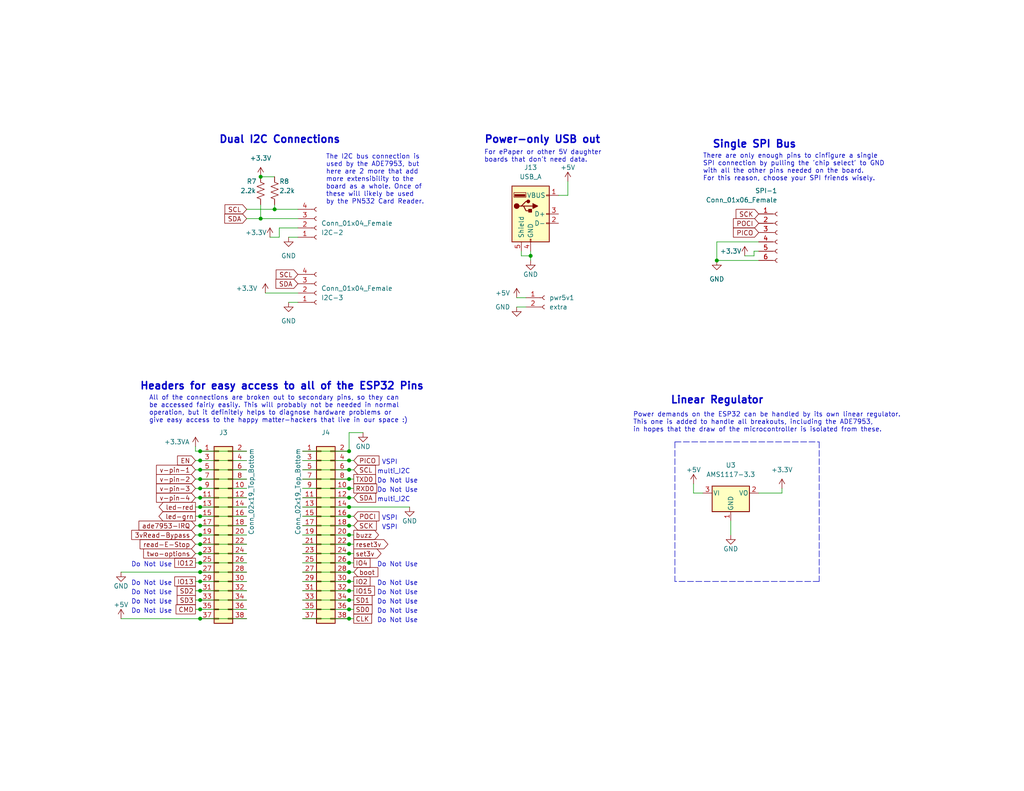
<source format=kicad_sch>
(kicad_sch (version 20211123) (generator eeschema)
  (paper "USLetter")
  (title_block (title "Breakout Connections & Power") (date "2022-10-09") (rev "3") (company "Corey Rice & MakeHaven") (comment 1 "Breakouts for I2C and SPI communication with external boards.") (comment 2 "Headers for the ESP32 to seat into the board") (comment 3 "A seperate Linear Regulator to better supply 3.3VDC where needed"))
  (lib_symbols
    (symbol "+3.3V_1" (power) (pin_names (offset 0))
      (property "Value" "+3.3V_1" (at 0 3.556 0))
      (symbol "+3.3V_1_0_1"
        (polyline (pts (xy -0.762 1.27) (xy 0 2.54)))
        (polyline (pts (xy 0 0) (xy 0 2.54)))
        (polyline (pts (xy 0 2.54) (xy 0.762 1.27)))
      )
      (symbol "+3.3V_1_1_1"
        (pin power_in line (at 0 0 90) (length 0) hide (name "+3.3V") (number "1"))
      )
    )
    (symbol "Connector:Conn_01x02_Female" (pin_names (offset 1.016) hide)
      (property "Reference" "J" (at 0 2.54 0))
      (property "Value" "Conn_01x02_Female" (at 0 -5.08 0))
      (symbol "Conn_01x02_Female_1_1"
        (arc (start 0 -2.032) (mid -0.508 -2.54) (end 0 -3.048) (stroke (width 0.1524)))
        (polyline (pts (xy -1.27 -2.54) (xy -0.508 -2.54)) (stroke (width 0.1524)))
        (polyline (pts (xy -1.27 0) (xy -0.508 0)) (stroke (width 0.1524)))
        (arc (start 0 0.508) (mid -0.508 0) (end 0 -0.508) (stroke (width 0.1524)))
        (pin passive line (at -5.08 0 0) (length 3.81) (name "Pin_1") (number "1"))
        (pin passive line (at -5.08 -2.54 0) (length 3.81) (name "Pin_2") (number "2"))
      )
    )
    (symbol "Connector:Conn_01x04_Female" (pin_names (offset 1.016) hide)
      (property "Reference" "J" (at 0 5.08 0))
      (property "Value" "Conn_01x04_Female" (at 0 -7.62 0))
      (symbol "Conn_01x04_Female_1_1"
        (arc (start 0 -4.572) (mid -0.508 -5.08) (end 0 -5.588) (stroke (width 0.1524)))
        (arc (start 0 -2.032) (mid -0.508 -2.54) (end 0 -3.048) (stroke (width 0.1524)))
        (polyline (pts (xy -1.27 -5.08) (xy -0.508 -5.08)) (stroke (width 0.1524)))
        (polyline (pts (xy -1.27 -2.54) (xy -0.508 -2.54)) (stroke (width 0.1524)))
        (polyline (pts (xy -1.27 0) (xy -0.508 0)) (stroke (width 0.1524)))
        (polyline (pts (xy -1.27 2.54) (xy -0.508 2.54)) (stroke (width 0.1524)))
        (arc (start 0 0.508) (mid -0.508 0) (end 0 -0.508) (stroke (width 0.1524)))
        (arc (start 0 3.048) (mid -0.508 2.54) (end 0 2.032) (stroke (width 0.1524)))
        (pin passive line (at -5.08 2.54 0) (length 3.81) (name "Pin_1") (number "1"))
        (pin passive line (at -5.08 0 0) (length 3.81) (name "Pin_2") (number "2"))
        (pin passive line (at -5.08 -2.54 0) (length 3.81) (name "Pin_3") (number "3"))
        (pin passive line (at -5.08 -5.08 0) (length 3.81) (name "Pin_4") (number "4"))
      )
    )
    (symbol "Connector:Conn_01x06_Female" (pin_names (offset 1.016) hide)
      (property "Reference" "J" (at 0 7.62 0))
      (property "Value" "Conn_01x06_Female" (at 0 -10.16 0))
      (symbol "Conn_01x06_Female_1_1"
        (arc (start 0 -7.112) (mid -0.508 -7.62) (end 0 -8.128) (stroke (width 0.1524)))
        (arc (start 0 -4.572) (mid -0.508 -5.08) (end 0 -5.588) (stroke (width 0.1524)))
        (arc (start 0 -2.032) (mid -0.508 -2.54) (end 0 -3.048) (stroke (width 0.1524)))
        (polyline (pts (xy -1.27 -7.62) (xy -0.508 -7.62)) (stroke (width 0.1524)))
        (polyline (pts (xy -1.27 -5.08) (xy -0.508 -5.08)) (stroke (width 0.1524)))
        (polyline (pts (xy -1.27 -2.54) (xy -0.508 -2.54)) (stroke (width 0.1524)))
        (polyline (pts (xy -1.27 0) (xy -0.508 0)) (stroke (width 0.1524)))
        (polyline (pts (xy -1.27 2.54) (xy -0.508 2.54)) (stroke (width 0.1524)))
        (polyline (pts (xy -1.27 5.08) (xy -0.508 5.08)) (stroke (width 0.1524)))
        (arc (start 0 0.508) (mid -0.508 0) (end 0 -0.508) (stroke (width 0.1524)))
        (arc (start 0 3.048) (mid -0.508 2.54) (end 0 2.032) (stroke (width 0.1524)))
        (arc (start 0 5.588) (mid -0.508 5.08) (end 0 4.572) (stroke (width 0.1524)))
        (pin passive line (at -5.08 5.08 0) (length 3.81) (name "Pin_1") (number "1"))
        (pin passive line (at -5.08 2.54 0) (length 3.81) (name "Pin_2") (number "2"))
        (pin passive line (at -5.08 0 0) (length 3.81) (name "Pin_3") (number "3"))
        (pin passive line (at -5.08 -2.54 0) (length 3.81) (name "Pin_4") (number "4"))
        (pin passive line (at -5.08 -5.08 0) (length 3.81) (name "Pin_5") (number "5"))
        (pin passive line (at -5.08 -7.62 0) (length 3.81) (name "Pin_6") (number "6"))
      )
    )
    (symbol "Connector:USB_A" (pin_names (offset 1.016))
      (property "Reference" "J" (at -5.08 11.43 0))
      (property "Value" "USB_A" (at -5.08 8.89 0))
      (symbol "USB_A_0_1"
        (rectangle (start -5.08 -7.62) (end 5.08 7.62) (stroke (width 0.254)) (fill (type background)))
        (circle (center -3.81 2.159) (radius 0.635) (stroke (width 0.254)) (fill (type outline)))
        (rectangle (start -1.524 4.826) (end -4.318 5.334) (fill (type outline)))
        (rectangle (start -1.27 4.572) (end -4.572 5.842))
        (circle (center -0.635 3.429) (radius 0.381) (stroke (width 0.254)) (fill (type outline)))
        (rectangle (start -0.127 -7.62) (end 0.127 -6.858))
        (polyline (pts (xy -3.175 2.159) (xy -2.54 2.159) (xy -1.27 3.429) (xy -0.635 3.429)) (stroke (width 0.254)))
        (polyline (pts (xy -2.54 2.159) (xy -1.905 2.159) (xy -1.27 0.889) (xy 0 0.889)) (stroke (width 0.254)))
        (polyline (pts (xy 0.635 2.794) (xy 0.635 1.524) (xy 1.905 2.159) (xy 0.635 2.794)) (stroke (width 0.254)) (fill (type outline)))
        (rectangle (start 0.254 1.27) (end -0.508 0.508) (stroke (width 0.254)) (fill (type outline)))
        (rectangle (start 5.08 -2.667) (end 4.318 -2.413))
        (rectangle (start 5.08 -0.127) (end 4.318 0.127))
        (rectangle (start 5.08 4.953) (end 4.318 5.207))
      )
      (symbol "USB_A_1_1"
        (polyline (pts (xy -1.905 2.159) (xy 0.635 2.159)) (stroke (width 0.254)))
        (pin power_in line (at 7.62 5.08 180) (length 2.54) (name "VBUS") (number "1"))
        (pin bidirectional line (at 7.62 -2.54 180) (length 2.54) (name "D-") (number "2"))
        (pin bidirectional line (at 7.62 0 180) (length 2.54) (name "D+") (number "3"))
        (pin power_in line (at 0 -10.16 90) (length 2.54) (name "GND") (number "4"))
        (pin passive line (at -2.54 -10.16 90) (length 2.54) (name "Shield") (number "5"))
      )
    )
    (symbol "Connector_Generic:Conn_02x19_Odd_Even" (pin_names (offset 1.016) hide)
      (property "Reference" "J" (at 1.27 25.4 0))
      (property "Value" "Conn_02x19_Odd_Even" (at 1.27 -25.4 0))
      (symbol "Conn_02x19_Odd_Even_1_1"
        (rectangle (start -1.27 -22.733) (end 0 -22.987) (stroke (width 0.1524)))
        (rectangle (start -1.27 -20.193) (end 0 -20.447) (stroke (width 0.1524)))
        (rectangle (start -1.27 -17.653) (end 0 -17.907) (stroke (width 0.1524)))
        (rectangle (start -1.27 -15.113) (end 0 -15.367) (stroke (width 0.1524)))
        (rectangle (start -1.27 -12.573) (end 0 -12.827) (stroke (width 0.1524)))
        (rectangle (start -1.27 -10.033) (end 0 -10.287) (stroke (width 0.1524)))
        (rectangle (start -1.27 -7.493) (end 0 -7.747) (stroke (width 0.1524)))
        (rectangle (start -1.27 -4.953) (end 0 -5.207) (stroke (width 0.1524)))
        (rectangle (start -1.27 -2.413) (end 0 -2.667) (stroke (width 0.1524)))
        (rectangle (start -1.27 0.127) (end 0 -0.127) (stroke (width 0.1524)))
        (rectangle (start -1.27 2.667) (end 0 2.413) (stroke (width 0.1524)))
        (rectangle (start -1.27 5.207) (end 0 4.953) (stroke (width 0.1524)))
        (rectangle (start -1.27 7.747) (end 0 7.493) (stroke (width 0.1524)))
        (rectangle (start -1.27 10.287) (end 0 10.033) (stroke (width 0.1524)))
        (rectangle (start -1.27 12.827) (end 0 12.573) (stroke (width 0.1524)))
        (rectangle (start -1.27 15.367) (end 0 15.113) (stroke (width 0.1524)))
        (rectangle (start -1.27 17.907) (end 0 17.653) (stroke (width 0.1524)))
        (rectangle (start -1.27 20.447) (end 0 20.193) (stroke (width 0.1524)))
        (rectangle (start -1.27 22.987) (end 0 22.733) (stroke (width 0.1524)))
        (rectangle (start -1.27 24.13) (end 3.81 -24.13) (stroke (width 0.254)) (fill (type background)))
        (rectangle (start 3.81 -22.733) (end 2.54 -22.987) (stroke (width 0.1524)))
        (rectangle (start 3.81 -20.193) (end 2.54 -20.447) (stroke (width 0.1524)))
        (rectangle (start 3.81 -17.653) (end 2.54 -17.907) (stroke (width 0.1524)))
        (rectangle (start 3.81 -15.113) (end 2.54 -15.367) (stroke (width 0.1524)))
        (rectangle (start 3.81 -12.573) (end 2.54 -12.827) (stroke (width 0.1524)))
        (rectangle (start 3.81 -10.033) (end 2.54 -10.287) (stroke (width 0.1524)))
        (rectangle (start 3.81 -7.493) (end 2.54 -7.747) (stroke (width 0.1524)))
        (rectangle (start 3.81 -4.953) (end 2.54 -5.207) (stroke (width 0.1524)))
        (rectangle (start 3.81 -2.413) (end 2.54 -2.667) (stroke (width 0.1524)))
        (rectangle (start 3.81 0.127) (end 2.54 -0.127) (stroke (width 0.1524)))
        (rectangle (start 3.81 2.667) (end 2.54 2.413) (stroke (width 0.1524)))
        (rectangle (start 3.81 5.207) (end 2.54 4.953) (stroke (width 0.1524)))
        (rectangle (start 3.81 7.747) (end 2.54 7.493) (stroke (width 0.1524)))
        (rectangle (start 3.81 10.287) (end 2.54 10.033) (stroke (width 0.1524)))
        (rectangle (start 3.81 12.827) (end 2.54 12.573) (stroke (width 0.1524)))
        (rectangle (start 3.81 15.367) (end 2.54 15.113) (stroke (width 0.1524)))
        (rectangle (start 3.81 17.907) (end 2.54 17.653) (stroke (width 0.1524)))
        (rectangle (start 3.81 20.447) (end 2.54 20.193) (stroke (width 0.1524)))
        (rectangle (start 3.81 22.987) (end 2.54 22.733) (stroke (width 0.1524)))
        (pin passive line (at -5.08 22.86 0) (length 3.81) (name "Pin_1") (number "1"))
        (pin passive line (at 7.62 12.7 180) (length 3.81) (name "Pin_10") (number "10"))
        (pin passive line (at -5.08 10.16 0) (length 3.81) (name "Pin_11") (number "11"))
        (pin passive line (at 7.62 10.16 180) (length 3.81) (name "Pin_12") (number "12"))
        (pin passive line (at -5.08 7.62 0) (length 3.81) (name "Pin_13") (number "13"))
        (pin passive line (at 7.62 7.62 180) (length 3.81) (name "Pin_14") (number "14"))
        (pin passive line (at -5.08 5.08 0) (length 3.81) (name "Pin_15") (number "15"))
        (pin passive line (at 7.62 5.08 180) (length 3.81) (name "Pin_16") (number "16"))
        (pin passive line (at -5.08 2.54 0) (length 3.81) (name "Pin_17") (number "17"))
        (pin passive line (at 7.62 2.54 180) (length 3.81) (name "Pin_18") (number "18"))
        (pin passive line (at -5.08 0 0) (length 3.81) (name "Pin_19") (number "19"))
        (pin passive line (at 7.62 22.86 180) (length 3.81) (name "Pin_2") (number "2"))
        (pin passive line (at 7.62 0 180) (length 3.81) (name "Pin_20") (number "20"))
        (pin passive line (at -5.08 -2.54 0) (length 3.81) (name "Pin_21") (number "21"))
        (pin passive line (at 7.62 -2.54 180) (length 3.81) (name "Pin_22") (number "22"))
        (pin passive line (at -5.08 -5.08 0) (length 3.81) (name "Pin_23") (number "23"))
        (pin passive line (at 7.62 -5.08 180) (length 3.81) (name "Pin_24") (number "24"))
        (pin passive line (at -5.08 -7.62 0) (length 3.81) (name "Pin_25") (number "25"))
        (pin passive line (at 7.62 -7.62 180) (length 3.81) (name "Pin_26") (number "26"))
        (pin passive line (at -5.08 -10.16 0) (length 3.81) (name "Pin_27") (number "27"))
        (pin passive line (at 7.62 -10.16 180) (length 3.81) (name "Pin_28") (number "28"))
        (pin passive line (at -5.08 -12.7 0) (length 3.81) (name "Pin_29") (number "29"))
        (pin passive line (at -5.08 20.32 0) (length 3.81) (name "Pin_3") (number "3"))
        (pin passive line (at 7.62 -12.7 180) (length 3.81) (name "Pin_30") (number "30"))
        (pin passive line (at -5.08 -15.24 0) (length 3.81) (name "Pin_31") (number "31"))
        (pin passive line (at 7.62 -15.24 180) (length 3.81) (name "Pin_32") (number "32"))
        (pin passive line (at -5.08 -17.78 0) (length 3.81) (name "Pin_33") (number "33"))
        (pin passive line (at 7.62 -17.78 180) (length 3.81) (name "Pin_34") (number "34"))
        (pin passive line (at -5.08 -20.32 0) (length 3.81) (name "Pin_35") (number "35"))
        (pin passive line (at 7.62 -20.32 180) (length 3.81) (name "Pin_36") (number "36"))
        (pin passive line (at -5.08 -22.86 0) (length 3.81) (name "Pin_37") (number "37"))
        (pin passive line (at 7.62 -22.86 180) (length 3.81) (name "Pin_38") (number "38"))
        (pin passive line (at 7.62 20.32 180) (length 3.81) (name "Pin_4") (number "4"))
        (pin passive line (at -5.08 17.78 0) (length 3.81) (name "Pin_5") (number "5"))
        (pin passive line (at 7.62 17.78 180) (length 3.81) (name "Pin_6") (number "6"))
        (pin passive line (at -5.08 15.24 0) (length 3.81) (name "Pin_7") (number "7"))
        (pin passive line (at 7.62 15.24 180) (length 3.81) (name "Pin_8") (number "8"))
        (pin passive line (at -5.08 12.7 0) (length 3.81) (name "Pin_9") (number "9"))
      )
    )
    (symbol "Device:R_US" (pin_numbers hide) (pin_names (offset 0))
      (property "Reference" "R" (at 2.54 0 90))
      (property "Value" "R_US" (at -2.54 0 90))
      (symbol "R_US_0_1"
        (polyline (pts (xy 0 -2.286) (xy 0 -2.54)))
        (polyline (pts (xy 0 2.286) (xy 0 2.54)))
        (polyline (pts (xy 0 -0.762) (xy 1.016 -1.143) (xy 0 -1.524) (xy -1.016 -1.905) (xy 0 -2.286)))
        (polyline (pts (xy 0 0.762) (xy 1.016 0.381) (xy 0 0) (xy -1.016 -0.381) (xy 0 -0.762)))
        (polyline (pts (xy 0 2.286) (xy 1.016 1.905) (xy 0 1.524) (xy -1.016 1.143) (xy 0 0.762)))
      )
      (symbol "R_US_1_1"
        (pin passive line (at 0 3.81 270) (length 1.27) (name "~") (number "1"))
        (pin passive line (at 0 -3.81 90) (length 1.27) (name "~") (number "2"))
      )
    )
    (symbol "Regulator_Linear:AMS1117-3.3" (pin_names (offset 0.254))
      (property "Reference" "U" (at -3.81 3.175 0))
      (property "Value" "AMS1117-3.3" (at 0 3.175 0))
      (symbol "AMS1117-3.3_0_1"
        (rectangle (start -5.08 -5.08) (end 5.08 1.905) (stroke (width 0.254)) (fill (type background)))
      )
      (symbol "AMS1117-3.3_1_1"
        (pin power_in line (at 0 -7.62 90) (length 2.54) (name "GND") (number "1"))
        (pin power_out line (at 7.62 0 180) (length 2.54) (name "VO") (number "2"))
        (pin power_in line (at -7.62 0 0) (length 2.54) (name "VI") (number "3"))
      )
    )
    (symbol "power:+3.3VA" (power) (pin_names (offset 0))
      (property "Value" "+3.3VA" (at 0 3.556 0))
      (symbol "+3.3VA_0_1"
        (polyline (pts (xy -0.762 1.27) (xy 0 2.54)))
        (polyline (pts (xy 0 0) (xy 0 2.54)))
        (polyline (pts (xy 0 2.54) (xy 0.762 1.27)))
      )
      (symbol "+3.3VA_1_1"
        (pin power_in line (at 0 0 90) (length 0) hide (name "+3.3VA") (number "1"))
      )
    )
    (symbol "power:+5V" (power) (pin_names (offset 0))
      (property "Value" "+5V" (at 0 3.556 0))
      (symbol "+5V_0_1"
        (polyline (pts (xy -0.762 1.27) (xy 0 2.54)))
        (polyline (pts (xy 0 0) (xy 0 2.54)))
        (polyline (pts (xy 0 2.54) (xy 0.762 1.27)))
      )
      (symbol "+5V_1_1"
        (pin power_in line (at 0 0 90) (length 0) hide (name "+5V") (number "1"))
      )
    )
    (symbol "power:GND" (power) (pin_names (offset 0))
      (property "Value" "GND" (at 0 -3.81 0))
      (symbol "GND_0_1"
        (polyline (pts (xy 0 0) (xy 0 -1.27) (xy 1.27 -1.27) (xy 0 -2.54) (xy -1.27 -1.27) (xy 0 -1.27)))
      )
      (symbol "GND_1_1"
        (pin power_in line (at 0 0 270) (length 0) hide (name "GND") (number "1"))
      )
    )
  )
  (junction (at 54.61 123.19))
  (junction (at 54.61 161.29))
  (junction (at 54.61 135.89))
  (junction (at 54.61 138.43))
  (junction (at 95.25 123.19))
  (junction (at 54.61 148.59))
  (junction (at 54.61 153.67))
  (junction (at 54.61 125.73))
  (junction (at 95.25 166.37))
  (junction (at 95.25 151.13))
  (junction (at 54.61 128.27))
  (junction (at 95.25 161.29))
  (junction (at 95.25 130.81))
  (junction (at 95.25 146.05))
  (junction (at 195.58 71.12))
  (junction (at 95.25 125.73))
  (junction (at 95.25 158.75))
  (junction (at 71.12 48.26))
  (junction (at 95.25 143.51))
  (junction (at 54.61 163.83))
  (junction (at 54.61 133.35))
  (junction (at 95.25 168.91))
  (junction (at 95.25 163.83))
  (junction (at 95.25 135.89))
  (junction (at 54.61 130.81))
  (junction (at 54.61 158.75))
  (junction (at 95.25 140.97))
  (junction (at 54.61 143.51))
  (junction (at 54.61 146.05))
  (junction (at 95.25 156.21))
  (junction (at 54.61 156.21))
  (junction (at 71.12 59.69))
  (junction (at 95.25 148.59))
  (junction (at 74.93 57.15))
  (junction (at 95.25 133.35))
  (junction (at 54.61 168.91))
  (junction (at 54.61 166.37))
  (junction (at 95.25 138.43))
  (junction (at 54.61 151.13))
  (junction (at 95.25 128.27))
  (junction (at 95.25 153.67))
  (junction (at 144.78 69.85))
  (junction (at 54.61 140.97))
  (wire (pts (xy 54.61 125.73) (xy 67.31 125.73)))
  (wire (pts (xy 95.25 161.29) (xy 96.52 161.29)))
  (wire (pts (xy 95.25 158.75) (xy 96.52 158.75)))
  (wire (pts (xy 95.25 146.05) (xy 96.52 146.05)))
  (wire (pts (xy 82.55 163.83) (xy 95.25 163.83)))
  (wire (pts (xy 53.34 138.43) (xy 54.61 138.43)))
  (wire (pts (xy 95.25 118.11) (xy 95.25 123.19)))
  (wire (pts (xy 205.74 69.85) (xy 203.2 69.85)))
  (polyline (pts (xy 184.15 120.65) (xy 184.15 158.75)))
  (wire (pts (xy 53.34 128.27) (xy 54.61 128.27)))
  (wire (pts (xy 54.61 128.27) (xy 67.31 128.27)))
  (wire (pts (xy 152.4 53.34) (xy 154.94 53.34)))
  (wire (pts (xy 95.25 140.97) (xy 96.52 140.97)))
  (wire (pts (xy 195.58 66.04) (xy 195.58 71.12)))
  (wire (pts (xy 76.2 64.77) (xy 73.66 64.77)))
  (wire (pts (xy 82.55 143.51) (xy 95.25 143.51)))
  (wire (pts (xy 78.74 64.77) (xy 81.28 64.77)))
  (wire (pts (xy 54.61 151.13) (xy 67.31 151.13)))
  (wire (pts (xy 144.78 69.85) (xy 144.78 71.12)))
  (wire (pts (xy 54.61 163.83) (xy 67.31 163.83)))
  (wire (pts (xy 53.34 125.73) (xy 54.61 125.73)))
  (wire (pts (xy 53.34 123.19) (xy 54.61 123.19)))
  (wire (pts (xy 54.61 158.75) (xy 67.31 158.75)))
  (wire (pts (xy 82.55 138.43) (xy 95.25 138.43)))
  (wire (pts (xy 213.36 134.62) (xy 213.36 133.35)))
  (wire (pts (xy 95.25 166.37) (xy 96.52 166.37)))
  (polyline (pts (xy 223.52 158.75) (xy 184.15 158.75)))
  (polyline (pts (xy 184.15 120.65) (xy 223.52 120.65)))
  (wire (pts (xy 54.61 130.81) (xy 67.31 130.81)))
  (wire (pts (xy 82.55 158.75) (xy 95.25 158.75)))
  (wire (pts (xy 54.61 156.21) (xy 67.31 156.21)))
  (wire (pts (xy 142.24 69.85) (xy 144.78 69.85)))
  (wire (pts (xy 82.55 148.59) (xy 95.25 148.59)))
  (wire (pts (xy 76.2 62.23) (xy 76.2 64.77)))
  (wire (pts (xy 95.25 133.35) (xy 96.52 133.35)))
  (wire (pts (xy 199.39 142.24) (xy 199.39 146.05)))
  (wire (pts (xy 53.34 161.29) (xy 54.61 161.29)))
  (wire (pts (xy 82.55 133.35) (xy 95.25 133.35)))
  (wire (pts (xy 78.74 82.55) (xy 81.28 82.55)))
  (wire (pts (xy 95.25 163.83) (xy 96.52 163.83)))
  (wire (pts (xy 189.23 132.08) (xy 189.23 134.62)))
  (wire (pts (xy 74.93 55.88) (xy 74.93 57.15)))
  (wire (pts (xy 95.25 135.89) (xy 96.52 135.89)))
  (wire (pts (xy 54.61 168.91) (xy 67.31 168.91)))
  (wire (pts (xy 82.55 146.05) (xy 95.25 146.05)))
  (wire (pts (xy 74.93 57.15) (xy 81.28 57.15)))
  (wire (pts (xy 82.55 123.19) (xy 95.25 123.19)))
  (wire (pts (xy 54.61 166.37) (xy 67.31 166.37)))
  (wire (pts (xy 53.34 133.35) (xy 54.61 133.35)))
  (wire (pts (xy 76.2 62.23) (xy 81.28 62.23)))
  (wire (pts (xy 53.34 143.51) (xy 54.61 143.51)))
  (wire (pts (xy 71.12 59.69) (xy 81.28 59.69)))
  (wire (pts (xy 95.25 138.43) (xy 111.76 138.43)))
  (wire (pts (xy 95.25 153.67) (xy 96.52 153.67)))
  (wire (pts (xy 53.34 123.19) (xy 53.34 121.92)))
  (wire (pts (xy 53.34 140.97) (xy 54.61 140.97)))
  (wire (pts (xy 54.61 153.67) (xy 67.31 153.67)))
  (wire (pts (xy 82.55 135.89) (xy 95.25 135.89)))
  (wire (pts (xy 82.55 161.29) (xy 95.25 161.29)))
  (wire (pts (xy 53.34 130.81) (xy 54.61 130.81)))
  (wire (pts (xy 140.97 83.82) (xy 143.51 83.82)))
  (wire (pts (xy 82.55 166.37) (xy 95.25 166.37)))
  (wire (pts (xy 53.34 151.13) (xy 54.61 151.13)))
  (wire (pts (xy 74.93 48.26) (xy 71.12 48.26)))
  (wire (pts (xy 142.24 68.58) (xy 142.24 69.85)))
  (wire (pts (xy 189.23 134.62) (xy 191.77 134.62)))
  (wire (pts (xy 54.61 143.51) (xy 67.31 143.51)))
  (wire (pts (xy 33.02 156.21) (xy 54.61 156.21)))
  (polyline (pts (xy 223.52 120.65) (xy 223.52 158.75)))
  (wire (pts (xy 71.12 55.88) (xy 71.12 59.69)))
  (wire (pts (xy 53.34 158.75) (xy 54.61 158.75)))
  (wire (pts (xy 144.78 68.58) (xy 144.78 69.85)))
  (wire (pts (xy 54.61 148.59) (xy 67.31 148.59)))
  (wire (pts (xy 95.25 168.91) (xy 96.52 168.91)))
  (wire (pts (xy 54.61 123.19) (xy 67.31 123.19)))
  (wire (pts (xy 207.01 134.62) (xy 213.36 134.62)))
  (wire (pts (xy 54.61 138.43) (xy 67.31 138.43)))
  (wire (pts (xy 207.01 66.04) (xy 195.58 66.04)))
  (wire (pts (xy 53.34 163.83) (xy 54.61 163.83)))
  (wire (pts (xy 95.25 156.21) (xy 96.52 156.21)))
  (wire (pts (xy 195.58 71.12) (xy 207.01 71.12)))
  (wire (pts (xy 205.74 68.58) (xy 205.74 69.85)))
  (wire (pts (xy 140.97 81.28) (xy 143.51 81.28)))
  (wire (pts (xy 82.55 125.73) (xy 95.25 125.73)))
  (wire (pts (xy 53.34 146.05) (xy 54.61 146.05)))
  (wire (pts (xy 53.34 135.89) (xy 54.61 135.89)))
  (wire (pts (xy 95.25 128.27) (xy 96.52 128.27)))
  (wire (pts (xy 54.61 161.29) (xy 67.31 161.29)))
  (wire (pts (xy 67.31 57.15) (xy 74.93 57.15)))
  (wire (pts (xy 154.94 49.53) (xy 154.94 53.34)))
  (wire (pts (xy 72.39 80.01) (xy 81.28 80.01)))
  (wire (pts (xy 207.01 68.58) (xy 205.74 68.58)))
  (wire (pts (xy 95.25 130.81) (xy 96.52 130.81)))
  (wire (pts (xy 95.25 151.13) (xy 96.52 151.13)))
  (wire (pts (xy 99.06 118.11) (xy 95.25 118.11)))
  (wire (pts (xy 95.25 148.59) (xy 96.52 148.59)))
  (wire (pts (xy 82.55 140.97) (xy 95.25 140.97)))
  (wire (pts (xy 54.61 135.89) (xy 67.31 135.89)))
  (wire (pts (xy 95.25 125.73) (xy 96.52 125.73)))
  (wire (pts (xy 82.55 128.27) (xy 95.25 128.27)))
  (wire (pts (xy 82.55 168.91) (xy 95.25 168.91)))
  (wire (pts (xy 54.61 146.05) (xy 67.31 146.05)))
  (wire (pts (xy 53.34 153.67) (xy 54.61 153.67)))
  (wire (pts (xy 33.02 168.91) (xy 54.61 168.91)))
  (wire (pts (xy 53.34 166.37) (xy 54.61 166.37)))
  (wire (pts (xy 95.25 143.51) (xy 96.52 143.51)))
  (wire (pts (xy 82.55 153.67) (xy 95.25 153.67)))
  (wire (pts (xy 54.61 140.97) (xy 67.31 140.97)))
  (wire (pts (xy 82.55 130.81) (xy 95.25 130.81)))
  (wire (pts (xy 82.55 151.13) (xy 95.25 151.13)))
  (wire (pts (xy 82.55 156.21) (xy 95.25 156.21)))
  (wire (pts (xy 53.34 148.59) (xy 54.61 148.59)))
  (wire (pts (xy 67.31 59.69) (xy 71.12 59.69)))
  (wire (pts (xy 54.61 133.35) (xy 67.31 133.35)))
  (text "VSPI" (at 104.14 127 0) (effects (font (size 1.27 1.27)) (justify left bottom)))
  (text "Single SPI Bus" (at 194.31 40.64 0) (effects (font (size 2 2) (thickness 0.4) bold) (justify left bottom)))
  (text "Do Not Use" (at 46.99 160.02 180) (effects (font (size 1.27 1.27)) (justify right bottom)))
  (text "VSPI" (at 104.14 142.24 0) (effects (font (size 1.27 1.27)) (justify left bottom)))
  (text "All of the connections are broken out to secondary pins, so they can\nbe accessed fairly easily. This will probably not be needed in normal\noperation, but it definitely helps to diagnose hardware problems or \ngive easy access to the happy matter-hackers that live in our space :)" (at 40.64 115.57 0) (effects (font (size 1.27 1.27)) (justify left bottom)))
  (text "Do Not Use" (at 102.87 132.08 0) (effects (font (size 1.27 1.27)) (justify left bottom)))
  (text "Do Not Use" (at 102.87 134.62 0) (effects (font (size 1.27 1.27)) (justify left bottom)))
  (text "For ePaper or other 5V daughter\nboards that don't need data." (at 132.08 44.45 0) (effects (font (size 1.27 1.27)) (justify left bottom)))
  (text "Power demands on the ESP32 can be handled by its own linear regulator. \nThis one is added to handle all breakouts, including the ADE7953, \nin hopes that the draw of the microcontroller is isolated from these." (at 172.72 118.11 0) (effects (font (size 1.27 1.27)) (justify left bottom)))
  (text "Do Not Use" (at 46.99 162.56 180) (effects (font (size 1.27 1.27)) (justify right bottom)))
  (text "Do Not Use" (at 46.99 167.64 180) (effects (font (size 1.27 1.27)) (justify right bottom)))
  (text "multi_I2C\n" (at 102.87 129.54 0) (effects (font (size 1.27 1.27)) (justify left bottom)))
  (text "Do Not Use" (at 102.87 167.64 0) (effects (font (size 1.27 1.27)) (justify left bottom)))
  (text "Do Not Use" (at 102.87 165.1 0) (effects (font (size 1.27 1.27)) (justify left bottom)))
  (text "Dual I2C Connections" (at 59.69 39.37 0) (effects (font (size 2 2) (thickness 0.4) bold) (justify left bottom)))
  (text "Linear Regulator" (at 182.88 110.49 0) (effects (font (size 2 2) (thickness 0.4) bold) (justify left bottom)))
  (text "The I2C bus connection is \nused by the ADE7953, but \nhere are 2 more that add\nmore extensibility to the \nboard as a whole. Once of \nthese will likely be used \nby the PN532 Card Reader." (at 88.9 55.88 0) (effects (font (size 1.27 1.27)) (justify left bottom)))
  (text "Do Not Use" (at 46.99 165.1 180) (effects (font (size 1.27 1.27)) (justify right bottom)))
  (text "Do Not Use" (at 102.87 160.02 0) (effects (font (size 1.27 1.27)) (justify left bottom)))
  (text "multi_I2C\n" (at 102.87 137.16 0) (effects (font (size 1.27 1.27)) (justify left bottom)))
  (text "Power-only USB out" (at 132.08 39.37 0) (effects (font (size 2 2) (thickness 0.4) bold) (justify left bottom)))
  (text "VSPI" (at 104.14 144.78 0) (effects (font (size 1.27 1.27)) (justify left bottom)))
  (text "Do Not Use" (at 46.99 154.94 180) (effects (font (size 1.27 1.27)) (justify right bottom)))
  (text "Do Not Use" (at 102.87 170.18 0) (effects (font (size 1.27 1.27)) (justify left bottom)))
  (text "There are only enough pins to cinfigure a single \nSPI connection by pulling the 'chip select' to GND\nwith all the other pins needed on the board.\nFor this reason, choose your SPI friends wisely." (at 191.77 49.53 0) (effects (font (size 1.27 1.27)) (justify left bottom)))
  (text "Do Not Use" (at 102.87 162.56 0) (effects (font (size 1.27 1.27)) (justify left bottom)))
  (text "Headers for easy access to all of the ESP32 Pins" (at 38.1 106.68 0) (effects (font (size 2 2) (thickness 0.4) bold) (justify left bottom)))
  (text "Do Not Use" (at 102.87 154.94 0) (effects (font (size 1.27 1.27)) (justify left bottom)))
  (global_label "IO4" (shape passive) (at 96.52 153.67 0) (property "Intersheet References" "${INTERSHEET_REFS}" (effects hide)))
  (global_label "boot" (shape input) (at 96.52 156.21 0) (property "Intersheet References" "${INTERSHEET_REFS}" (effects hide)))
  (global_label "SDA" (shape input) (at 96.52 135.89 0) (property "Intersheet References" "${INTERSHEET_REFS}" (effects hide)))
  (global_label "EN" (shape input) (at 53.34 125.73 180) (property "Intersheet References" "${INTERSHEET_REFS}" (effects hide)))
  (global_label "SCK" (shape input) (at 207.01 58.42 180) (property "Intersheet References" "${INTERSHEET_REFS}" (effects hide)))
  (global_label "SD3" (shape passive) (at 53.34 163.83 180) (property "Intersheet References" "${INTERSHEET_REFS}" (effects hide)))
  (global_label "SDA" (shape input) (at 67.31 59.69 180) (property "Intersheet References" "${INTERSHEET_REFS}" (effects hide)))
  (global_label "v-pin-3" (shape input) (at 53.34 133.35 180) (property "Intersheet References" "${INTERSHEET_REFS}" (effects hide)))
  (global_label "buzz" (shape output) (at 96.52 146.05 0) (property "Intersheet References" "${INTERSHEET_REFS}" (effects hide)))
  (global_label "v-pin-4" (shape input) (at 53.34 135.89 180) (property "Intersheet References" "${INTERSHEET_REFS}" (effects hide)))
  (global_label "SCL" (shape input) (at 81.28 74.93 180) (property "Intersheet References" "${INTERSHEET_REFS}" (effects hide)))
  (global_label "POCI" (shape input) (at 207.01 60.96 180) (property "Intersheet References" "${INTERSHEET_REFS}" (effects hide)))
  (global_label "3vRead-Bypass" (shape input) (at 53.34 146.05 180) (property "Intersheet References" "${INTERSHEET_REFS}" (effects hide)))
  (global_label "TXD0" (shape passive) (at 96.52 130.81 0) (property "Intersheet References" "${INTERSHEET_REFS}" (effects hide)))
  (global_label "led-red" (shape output) (at 53.34 138.43 180) (property "Intersheet References" "${INTERSHEET_REFS}" (effects hide)))
  (global_label "CMD" (shape passive) (at 53.34 166.37 180) (property "Intersheet References" "${INTERSHEET_REFS}" (effects hide)))
  (global_label "POCI" (shape input) (at 96.52 140.97 0) (property "Intersheet References" "${INTERSHEET_REFS}" (effects hide)))
  (global_label "SCL" (shape input) (at 67.31 57.15 180) (property "Intersheet References" "${INTERSHEET_REFS}" (effects hide)))
  (global_label "two-options" (shape input) (at 53.34 151.13 180) (property "Intersheet References" "${INTERSHEET_REFS}" (effects hide)))
  (global_label "RXD0" (shape passive) (at 96.52 133.35 0) (property "Intersheet References" "${INTERSHEET_REFS}" (effects hide)))
  (global_label "SD0" (shape passive) (at 96.52 166.37 0) (property "Intersheet References" "${INTERSHEET_REFS}" (effects hide)))
  (global_label "SCL" (shape input) (at 96.52 128.27 0) (property "Intersheet References" "${INTERSHEET_REFS}" (effects hide)))
  (global_label "PICO" (shape input) (at 96.52 125.73 0) (property "Intersheet References" "${INTERSHEET_REFS}" (effects hide)))
  (global_label "IO13" (shape passive) (at 53.34 158.75 180) (property "Intersheet References" "${INTERSHEET_REFS}" (effects hide)))
  (global_label "v-pin-2" (shape input) (at 53.34 130.81 180) (property "Intersheet References" "${INTERSHEET_REFS}" (effects hide)))
  (global_label "read-E-Stop" (shape input) (at 53.34 148.59 180) (property "Intersheet References" "${INTERSHEET_REFS}" (effects hide)))
  (global_label "IO2" (shape passive) (at 96.52 158.75 0) (property "Intersheet References" "${INTERSHEET_REFS}" (effects hide)))
  (global_label "SCK" (shape input) (at 96.52 143.51 0) (property "Intersheet References" "${INTERSHEET_REFS}" (effects hide)))
  (global_label "set3v" (shape output) (at 96.52 151.13 0) (property "Intersheet References" "${INTERSHEET_REFS}" (effects hide)))
  (global_label "SDA" (shape input) (at 81.28 77.47 180) (property "Intersheet References" "${INTERSHEET_REFS}" (effects hide)))
  (global_label "PICO" (shape input) (at 207.01 63.5 180) (property "Intersheet References" "${INTERSHEET_REFS}" (effects hide)))
  (global_label "SD1" (shape passive) (at 96.52 163.83 0) (property "Intersheet References" "${INTERSHEET_REFS}" (effects hide)))
  (global_label "SD2" (shape passive) (at 53.34 161.29 180) (property "Intersheet References" "${INTERSHEET_REFS}" (effects hide)))
  (global_label "IO12" (shape passive) (at 53.34 153.67 180) (property "Intersheet References" "${INTERSHEET_REFS}" (effects hide)))
  (global_label "led-grn" (shape output) (at 53.34 140.97 180) (property "Intersheet References" "${INTERSHEET_REFS}" (effects hide)))
  (global_label "IO15" (shape passive) (at 96.52 161.29 0) (property "Intersheet References" "${INTERSHEET_REFS}" (effects hide)))
  (global_label "v-pin-1" (shape input) (at 53.34 128.27 180) (property "Intersheet References" "${INTERSHEET_REFS}" (effects hide)))
  (global_label "CLK" (shape passive) (at 96.52 168.91 0) (property "Intersheet References" "${INTERSHEET_REFS}" (effects hide)))
  (global_label "reset3v" (shape output) (at 96.52 148.59 0) (property "Intersheet References" "${INTERSHEET_REFS}" (effects hide)))
  (global_label "ade7953-IRQ" (shape input) (at 53.34 143.51 180) (property "Intersheet References" "${INTERSHEET_REFS}" (effects hide)))
  (symbol (lib_id "Device:R_US") (at 74.93 52.07 180) (unit 1)
    (property "Reference" "R8" (at 76.2 49.53 0) (effects (justify right)))
    (property "Value" "2.2k" (at 76.2 52.07 0) (effects (justify right)))
    (property "Footprint" "Resistor_SMD:R_0603_1608Metric" (effects hide))
    (property "JLCPCB Part #" "C4190" (effects hide))
  )
  (symbol (lib_id "power:+3.3VA") (at 53.34 121.92 0) (unit 1)
    (property "Reference" "#PWR0154" (effects hide))
    (property "Value" "+3.3VA" (at 48.26 120.65 0))
  )
  (symbol (lib_id "Connector:USB_A") (at 144.78 58.42 0) (unit 1)
    (property "Reference" "J13" (at 144.78 45.72 0))
    (property "Value" "USB_A" (at 144.78 48.26 0))
    (property "Footprint" "USB-vertical-jlcpcb:USB-A-TH_UBAS-4R-D14D-4D-LF-SN" (effects hide))
    (property "Datasheet" "https://datasheet.lcsc.com/lcsc/1811101526_JST-Sales-America-UBAS-4R-D14D-4D-LF-SN_C265461.pdf" (effects hide))
    (property "JLCPCB Part #" "C265461" (effects hide))
  )
  (symbol (lib_id "Connector:Conn_01x06_Female") (at 212.09 63.5 0) (unit 1)
    (property "Reference" "SPI-1" (at 212.09 52.07 0) (effects (justify right)))
    (property "Value" "Conn_01x06_Female" (at 212.09 54.61 0) (effects (justify right)))
    (property "Footprint" "Connector_JST:JST_PH_B6B-PH-K_1x06_P2.00mm_Vertical" (effects hide))
    (property "JLCPCB Part #" "C131342" (effects hide))
  )
  (symbol (lib_id "power:GND") (at 199.39 146.05 0) (unit 1)
    (property "Reference" "#PWR07" (effects hide))
    (property "Value" "GND" (at 199.39 149.86 0))
  )
  (symbol (lib_id "power:GND") (at 144.78 71.12 0) (unit 1)
    (property "Reference" "#PWR03" (effects hide))
    (property "Value" "GND" (at 144.78 74.93 0))
  )
  (symbol (lib_name "+3.3V_1") (lib_id "power:+3.3V") (at 213.36 133.35 0) (unit 1)
    (property "Reference" "#PWR0117" (effects hide))
    (property "Value" "+3.3V" (at 213.36 128.27 0))
  )
  (symbol (lib_id "power:+5V") (at 189.23 132.08 0) (unit 1)
    (property "Reference" "#PWR06" (effects hide))
    (property "Value" "+5V" (at 189.23 128.27 0))
  )
  (symbol (lib_id "power:GND") (at 140.97 83.82 0) (unit 1)
    (property "Reference" "#PWR0166" (effects hide))
    (property "Value" "GND" (at 137.16 83.82 0))
  )
  (symbol (lib_id "Regulator_Linear:AMS1117-3.3") (at 199.39 134.62 0) (unit 1)
    (property "Reference" "U3" (at 199.39 127 0))
    (property "Value" "AMS1117-3.3" (at 199.39 129.54 0))
    (property "Footprint" "Package_TO_SOT_SMD:SOT-223-3_TabPin2" (effects hide))
    (property "Datasheet" "http://www.advanced-monolithic.com/pdf/ds1117.pdf" (effects hide))
    (property "JLCPCB Part #" "C6186" (effects hide))
  )
  (symbol (lib_name "+3.3V_1") (lib_id "power:+3.3V") (at 71.12 48.26 0) (unit 1)
    (property "Reference" "#PWR0109" (effects hide))
    (property "Value" "+3.3V" (at 71.12 43.18 0))
  )
  (symbol (lib_id "Connector_Generic:Conn_02x19_Odd_Even") (at 87.63 146.05 0) (unit 1)
    (property "Reference" "J4" (at 88.9 118.11 0))
    (property "Value" "Conn_02x19_Top_Bottom" (at 81.28 146.05 90) (effects (justify left)))
    (property "Footprint" "Connector_PinSocket_2.54mm:PinSocket_2x19_P2.54mm_Vertical" (effects hide))
    (property "JLCPCB Part #" "C2897420" (effects hide))
  )
  (symbol (lib_id "power:+5V") (at 33.02 168.91 0) (unit 1)
    (property "Reference" "#PWR0122" (effects hide))
    (property "Value" "+5V" (at 33.02 165.1 0))
  )
  (symbol (lib_id "power:GND") (at 99.06 118.11 0) (unit 1)
    (property "Reference" "#PWR0123" (effects hide))
    (property "Value" "GND" (at 99.06 121.92 0))
  )
  (symbol (lib_id "Connector:Conn_01x04_Female") (at 86.36 62.23 0) (mirror x) (unit 1)
    (property "Reference" "I2C-2" (at 87.63 63.5 0) (effects (justify left)))
    (property "Value" "Conn_01x04_Female" (at 87.63 60.96 0) (effects (justify left)))
    (property "Footprint" "Connector_JST:JST_PH_B4B-PH-K_1x04_P2.00mm_Vertical" (effects hide))
    (property "JLCPCB Part #" "C131334" (effects hide))
  )
  (symbol (lib_id "power:+5V") (at 154.94 49.53 0) (unit 1)
    (property "Reference" "#PWR04" (effects hide))
    (property "Value" "+5V" (at 154.94 45.72 0))
  )
  (symbol (lib_name "+3.3V_1") (lib_id "power:+3.3V") (at 203.2 69.85 0) (unit 1)
    (property "Reference" "#PWR0116" (effects hide))
    (property "Value" "+3.3V" (at 199.39 68.58 0))
  )
  (symbol (lib_id "power:GND") (at 111.76 138.43 0) (unit 1)
    (property "Reference" "#PWR0120" (effects hide))
    (property "Value" "GND" (at 111.76 142.24 0))
  )
  (symbol (lib_id "Connector:Conn_01x02_Female") (at 148.59 81.28 0) (unit 1)
    (property "Reference" "pwr5v1" (at 149.86 81.2799 0) (effects (justify left)))
    (property "Value" "extra" (at 149.86 83.8199 0) (effects (justify left)))
    (property "Footprint" "Connector_PinHeader_2.54mm:PinHeader_1x02_P2.54mm_Vertical" (effects hide))
  )
  (symbol (lib_id "Connector:Conn_01x04_Female") (at 86.36 80.01 0) (mirror x) (unit 1)
    (property "Reference" "I2C-3" (at 87.63 81.28 0) (effects (justify left)))
    (property "Value" "Conn_01x04_Female" (at 87.63 78.74 0) (effects (justify left)))
    (property "Footprint" "Connector_JST:JST_PH_B4B-PH-K_1x04_P2.00mm_Vertical" (effects hide))
    (property "JLCPCB Part #" "C131334" (effects hide))
  )
  (symbol (lib_id "power:GND") (at 78.74 82.55 0) (unit 1)
    (property "Reference" "#PWR0118" (effects hide))
    (property "Value" "GND" (at 78.74 87.63 0))
  )
  (symbol (lib_id "power:GND") (at 195.58 71.12 0) (unit 1)
    (property "Reference" "#PWR0127" (effects hide))
    (property "Value" "GND" (at 195.58 76.2 0))
  )
  (symbol (lib_id "power:GND") (at 33.02 156.21 0) (unit 1)
    (property "Reference" "#PWR0121" (effects hide))
    (property "Value" "GND" (at 33.02 160.02 0))
  )
  (symbol (lib_id "Connector_Generic:Conn_02x19_Odd_Even") (at 59.69 146.05 0) (unit 1)
    (property "Reference" "J3" (at 60.96 118.11 0))
    (property "Value" "Conn_02x19_Top_Bottom" (at 68.58 146.05 90) (effects (justify left)))
    (property "Footprint" "Connector_PinSocket_2.54mm:PinSocket_2x19_P2.54mm_Vertical" (effects hide))
    (property "JLCPCB Part #" "C2897420" (effects hide))
  )
  (symbol (lib_id "power:+5V") (at 140.97 81.28 0) (unit 1)
    (property "Reference" "#PWR0167" (effects hide))
    (property "Value" "+5V" (at 137.16 80.01 0))
  )
  (symbol (lib_name "+3.3V_1") (lib_id "power:+3.3V") (at 73.66 64.77 0) (unit 1)
    (property "Reference" "#PWR0103" (effects hide))
    (property "Value" "+3.3V" (at 69.85 63.5 0))
  )
  (symbol (lib_id "Device:R_US") (at 71.12 52.07 180) (unit 1)
    (property "Reference" "R7" (at 67.31 49.53 0) (effects (justify right)))
    (property "Value" "2.2k" (at 69.85 52.07 0) (effects (justify left)))
    (property "Footprint" "Resistor_SMD:R_0603_1608Metric" (effects hide))
    (property "JLCPCB Part #" "C4190" (effects hide))
  )
  (symbol (lib_id "power:GND") (at 78.74 64.77 0) (unit 1)
    (property "Reference" "#PWR0124" (effects hide))
    (property "Value" "GND" (at 78.74 69.85 0))
  )
  (symbol (lib_name "+3.3V_1") (lib_id "power:+3.3V") (at 72.39 80.01 0) (unit 1)
    (property "Reference" "#PWR0115" (effects hide))
    (property "Value" "+3.3V" (at 67.31 78.74 0))
  )
)
</source>
